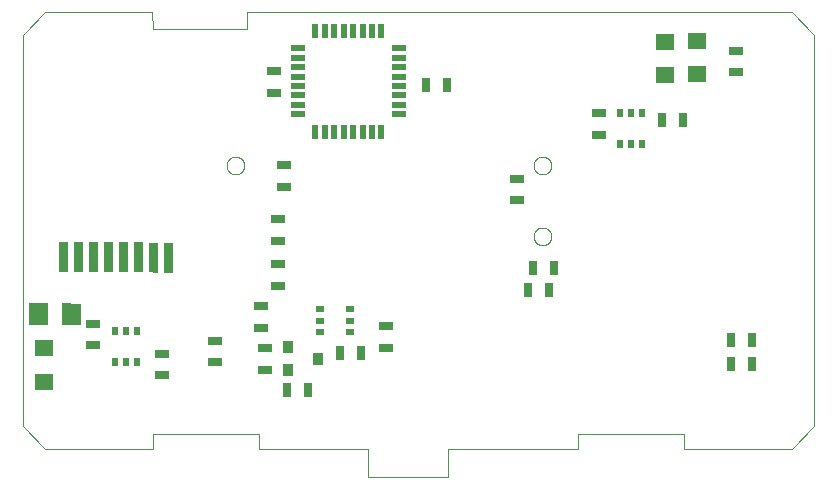
<source format=gtp>
G75*
%MOIN*%
%OFA0B0*%
%FSLAX25Y25*%
%IPPOS*%
%LPD*%
%AMOC8*
5,1,8,0,0,1.08239X$1,22.5*
%
%ADD10C,0.00000*%
%ADD11R,0.06299X0.07087*%
%ADD12R,0.03150X0.04724*%
%ADD13R,0.04724X0.03150*%
%ADD14R,0.10000X0.03000*%
%ADD15R,0.02008X0.03150*%
%ADD16R,0.03150X0.02008*%
%ADD17R,0.05000X0.02200*%
%ADD18R,0.02200X0.05000*%
%ADD19R,0.03543X0.03937*%
%ADD20R,0.06299X0.05512*%
D10*
X0039625Y0018012D02*
X0047188Y0010449D01*
X0083015Y0010449D01*
X0082932Y0015567D01*
X0118365Y0015567D01*
X0118365Y0010449D01*
X0154798Y0010449D01*
X0154798Y0001000D01*
X0181357Y0001000D01*
X0181357Y0010449D01*
X0224664Y0010449D01*
X0224664Y0015567D01*
X0260098Y0015567D01*
X0260098Y0010449D01*
X0295883Y0010449D01*
X0303405Y0017970D01*
X0303405Y0148596D01*
X0295883Y0156118D01*
X0114468Y0156236D01*
X0114468Y0150449D01*
X0082893Y0150449D01*
X0082724Y0156118D01*
X0047147Y0156118D01*
X0039625Y0148596D01*
X0039625Y0018012D01*
X0107538Y0104937D02*
X0107540Y0105045D01*
X0107546Y0105154D01*
X0107556Y0105262D01*
X0107570Y0105369D01*
X0107588Y0105476D01*
X0107609Y0105583D01*
X0107635Y0105688D01*
X0107665Y0105793D01*
X0107698Y0105896D01*
X0107735Y0105998D01*
X0107776Y0106098D01*
X0107820Y0106197D01*
X0107869Y0106295D01*
X0107920Y0106390D01*
X0107975Y0106483D01*
X0108034Y0106575D01*
X0108096Y0106664D01*
X0108161Y0106751D01*
X0108229Y0106835D01*
X0108300Y0106917D01*
X0108374Y0106996D01*
X0108451Y0107072D01*
X0108531Y0107146D01*
X0108614Y0107216D01*
X0108699Y0107284D01*
X0108786Y0107348D01*
X0108876Y0107409D01*
X0108968Y0107467D01*
X0109062Y0107521D01*
X0109158Y0107572D01*
X0109255Y0107619D01*
X0109355Y0107663D01*
X0109456Y0107703D01*
X0109558Y0107739D01*
X0109661Y0107771D01*
X0109766Y0107800D01*
X0109872Y0107824D01*
X0109978Y0107845D01*
X0110085Y0107862D01*
X0110193Y0107875D01*
X0110301Y0107884D01*
X0110410Y0107889D01*
X0110518Y0107890D01*
X0110627Y0107887D01*
X0110735Y0107880D01*
X0110843Y0107869D01*
X0110950Y0107854D01*
X0111057Y0107835D01*
X0111163Y0107812D01*
X0111268Y0107786D01*
X0111373Y0107755D01*
X0111475Y0107721D01*
X0111577Y0107683D01*
X0111677Y0107641D01*
X0111776Y0107596D01*
X0111873Y0107547D01*
X0111967Y0107494D01*
X0112060Y0107438D01*
X0112151Y0107379D01*
X0112240Y0107316D01*
X0112326Y0107251D01*
X0112410Y0107182D01*
X0112491Y0107110D01*
X0112569Y0107035D01*
X0112645Y0106957D01*
X0112718Y0106876D01*
X0112788Y0106793D01*
X0112854Y0106708D01*
X0112918Y0106620D01*
X0112978Y0106529D01*
X0113035Y0106437D01*
X0113088Y0106342D01*
X0113138Y0106246D01*
X0113184Y0106148D01*
X0113227Y0106048D01*
X0113266Y0105947D01*
X0113301Y0105844D01*
X0113333Y0105741D01*
X0113360Y0105636D01*
X0113384Y0105530D01*
X0113404Y0105423D01*
X0113420Y0105316D01*
X0113432Y0105208D01*
X0113440Y0105100D01*
X0113444Y0104991D01*
X0113444Y0104883D01*
X0113440Y0104774D01*
X0113432Y0104666D01*
X0113420Y0104558D01*
X0113404Y0104451D01*
X0113384Y0104344D01*
X0113360Y0104238D01*
X0113333Y0104133D01*
X0113301Y0104030D01*
X0113266Y0103927D01*
X0113227Y0103826D01*
X0113184Y0103726D01*
X0113138Y0103628D01*
X0113088Y0103532D01*
X0113035Y0103437D01*
X0112978Y0103345D01*
X0112918Y0103254D01*
X0112854Y0103166D01*
X0112788Y0103081D01*
X0112718Y0102998D01*
X0112645Y0102917D01*
X0112569Y0102839D01*
X0112491Y0102764D01*
X0112410Y0102692D01*
X0112326Y0102623D01*
X0112240Y0102558D01*
X0112151Y0102495D01*
X0112060Y0102436D01*
X0111968Y0102380D01*
X0111873Y0102327D01*
X0111776Y0102278D01*
X0111677Y0102233D01*
X0111577Y0102191D01*
X0111475Y0102153D01*
X0111373Y0102119D01*
X0111268Y0102088D01*
X0111163Y0102062D01*
X0111057Y0102039D01*
X0110950Y0102020D01*
X0110843Y0102005D01*
X0110735Y0101994D01*
X0110627Y0101987D01*
X0110518Y0101984D01*
X0110410Y0101985D01*
X0110301Y0101990D01*
X0110193Y0101999D01*
X0110085Y0102012D01*
X0109978Y0102029D01*
X0109872Y0102050D01*
X0109766Y0102074D01*
X0109661Y0102103D01*
X0109558Y0102135D01*
X0109456Y0102171D01*
X0109355Y0102211D01*
X0109255Y0102255D01*
X0109158Y0102302D01*
X0109062Y0102353D01*
X0108968Y0102407D01*
X0108876Y0102465D01*
X0108786Y0102526D01*
X0108699Y0102590D01*
X0108614Y0102658D01*
X0108531Y0102728D01*
X0108451Y0102802D01*
X0108374Y0102878D01*
X0108300Y0102957D01*
X0108229Y0103039D01*
X0108161Y0103123D01*
X0108096Y0103210D01*
X0108034Y0103299D01*
X0107975Y0103391D01*
X0107920Y0103484D01*
X0107869Y0103579D01*
X0107820Y0103677D01*
X0107776Y0103776D01*
X0107735Y0103876D01*
X0107698Y0103978D01*
X0107665Y0104081D01*
X0107635Y0104186D01*
X0107609Y0104291D01*
X0107588Y0104398D01*
X0107570Y0104505D01*
X0107556Y0104612D01*
X0107546Y0104720D01*
X0107540Y0104829D01*
X0107538Y0104937D01*
X0209900Y0104937D02*
X0209902Y0105045D01*
X0209908Y0105154D01*
X0209918Y0105262D01*
X0209932Y0105369D01*
X0209950Y0105476D01*
X0209971Y0105583D01*
X0209997Y0105688D01*
X0210027Y0105793D01*
X0210060Y0105896D01*
X0210097Y0105998D01*
X0210138Y0106098D01*
X0210182Y0106197D01*
X0210231Y0106295D01*
X0210282Y0106390D01*
X0210337Y0106483D01*
X0210396Y0106575D01*
X0210458Y0106664D01*
X0210523Y0106751D01*
X0210591Y0106835D01*
X0210662Y0106917D01*
X0210736Y0106996D01*
X0210813Y0107072D01*
X0210893Y0107146D01*
X0210976Y0107216D01*
X0211061Y0107284D01*
X0211148Y0107348D01*
X0211238Y0107409D01*
X0211330Y0107467D01*
X0211424Y0107521D01*
X0211520Y0107572D01*
X0211617Y0107619D01*
X0211717Y0107663D01*
X0211818Y0107703D01*
X0211920Y0107739D01*
X0212023Y0107771D01*
X0212128Y0107800D01*
X0212234Y0107824D01*
X0212340Y0107845D01*
X0212447Y0107862D01*
X0212555Y0107875D01*
X0212663Y0107884D01*
X0212772Y0107889D01*
X0212880Y0107890D01*
X0212989Y0107887D01*
X0213097Y0107880D01*
X0213205Y0107869D01*
X0213312Y0107854D01*
X0213419Y0107835D01*
X0213525Y0107812D01*
X0213630Y0107786D01*
X0213735Y0107755D01*
X0213837Y0107721D01*
X0213939Y0107683D01*
X0214039Y0107641D01*
X0214138Y0107596D01*
X0214235Y0107547D01*
X0214329Y0107494D01*
X0214422Y0107438D01*
X0214513Y0107379D01*
X0214602Y0107316D01*
X0214688Y0107251D01*
X0214772Y0107182D01*
X0214853Y0107110D01*
X0214931Y0107035D01*
X0215007Y0106957D01*
X0215080Y0106876D01*
X0215150Y0106793D01*
X0215216Y0106708D01*
X0215280Y0106620D01*
X0215340Y0106529D01*
X0215397Y0106437D01*
X0215450Y0106342D01*
X0215500Y0106246D01*
X0215546Y0106148D01*
X0215589Y0106048D01*
X0215628Y0105947D01*
X0215663Y0105844D01*
X0215695Y0105741D01*
X0215722Y0105636D01*
X0215746Y0105530D01*
X0215766Y0105423D01*
X0215782Y0105316D01*
X0215794Y0105208D01*
X0215802Y0105100D01*
X0215806Y0104991D01*
X0215806Y0104883D01*
X0215802Y0104774D01*
X0215794Y0104666D01*
X0215782Y0104558D01*
X0215766Y0104451D01*
X0215746Y0104344D01*
X0215722Y0104238D01*
X0215695Y0104133D01*
X0215663Y0104030D01*
X0215628Y0103927D01*
X0215589Y0103826D01*
X0215546Y0103726D01*
X0215500Y0103628D01*
X0215450Y0103532D01*
X0215397Y0103437D01*
X0215340Y0103345D01*
X0215280Y0103254D01*
X0215216Y0103166D01*
X0215150Y0103081D01*
X0215080Y0102998D01*
X0215007Y0102917D01*
X0214931Y0102839D01*
X0214853Y0102764D01*
X0214772Y0102692D01*
X0214688Y0102623D01*
X0214602Y0102558D01*
X0214513Y0102495D01*
X0214422Y0102436D01*
X0214330Y0102380D01*
X0214235Y0102327D01*
X0214138Y0102278D01*
X0214039Y0102233D01*
X0213939Y0102191D01*
X0213837Y0102153D01*
X0213735Y0102119D01*
X0213630Y0102088D01*
X0213525Y0102062D01*
X0213419Y0102039D01*
X0213312Y0102020D01*
X0213205Y0102005D01*
X0213097Y0101994D01*
X0212989Y0101987D01*
X0212880Y0101984D01*
X0212772Y0101985D01*
X0212663Y0101990D01*
X0212555Y0101999D01*
X0212447Y0102012D01*
X0212340Y0102029D01*
X0212234Y0102050D01*
X0212128Y0102074D01*
X0212023Y0102103D01*
X0211920Y0102135D01*
X0211818Y0102171D01*
X0211717Y0102211D01*
X0211617Y0102255D01*
X0211520Y0102302D01*
X0211424Y0102353D01*
X0211330Y0102407D01*
X0211238Y0102465D01*
X0211148Y0102526D01*
X0211061Y0102590D01*
X0210976Y0102658D01*
X0210893Y0102728D01*
X0210813Y0102802D01*
X0210736Y0102878D01*
X0210662Y0102957D01*
X0210591Y0103039D01*
X0210523Y0103123D01*
X0210458Y0103210D01*
X0210396Y0103299D01*
X0210337Y0103391D01*
X0210282Y0103484D01*
X0210231Y0103579D01*
X0210182Y0103677D01*
X0210138Y0103776D01*
X0210097Y0103876D01*
X0210060Y0103978D01*
X0210027Y0104081D01*
X0209997Y0104186D01*
X0209971Y0104291D01*
X0209950Y0104398D01*
X0209932Y0104505D01*
X0209918Y0104612D01*
X0209908Y0104720D01*
X0209902Y0104829D01*
X0209900Y0104937D01*
X0209900Y0081315D02*
X0209902Y0081423D01*
X0209908Y0081532D01*
X0209918Y0081640D01*
X0209932Y0081747D01*
X0209950Y0081854D01*
X0209971Y0081961D01*
X0209997Y0082066D01*
X0210027Y0082171D01*
X0210060Y0082274D01*
X0210097Y0082376D01*
X0210138Y0082476D01*
X0210182Y0082575D01*
X0210231Y0082673D01*
X0210282Y0082768D01*
X0210337Y0082861D01*
X0210396Y0082953D01*
X0210458Y0083042D01*
X0210523Y0083129D01*
X0210591Y0083213D01*
X0210662Y0083295D01*
X0210736Y0083374D01*
X0210813Y0083450D01*
X0210893Y0083524D01*
X0210976Y0083594D01*
X0211061Y0083662D01*
X0211148Y0083726D01*
X0211238Y0083787D01*
X0211330Y0083845D01*
X0211424Y0083899D01*
X0211520Y0083950D01*
X0211617Y0083997D01*
X0211717Y0084041D01*
X0211818Y0084081D01*
X0211920Y0084117D01*
X0212023Y0084149D01*
X0212128Y0084178D01*
X0212234Y0084202D01*
X0212340Y0084223D01*
X0212447Y0084240D01*
X0212555Y0084253D01*
X0212663Y0084262D01*
X0212772Y0084267D01*
X0212880Y0084268D01*
X0212989Y0084265D01*
X0213097Y0084258D01*
X0213205Y0084247D01*
X0213312Y0084232D01*
X0213419Y0084213D01*
X0213525Y0084190D01*
X0213630Y0084164D01*
X0213735Y0084133D01*
X0213837Y0084099D01*
X0213939Y0084061D01*
X0214039Y0084019D01*
X0214138Y0083974D01*
X0214235Y0083925D01*
X0214329Y0083872D01*
X0214422Y0083816D01*
X0214513Y0083757D01*
X0214602Y0083694D01*
X0214688Y0083629D01*
X0214772Y0083560D01*
X0214853Y0083488D01*
X0214931Y0083413D01*
X0215007Y0083335D01*
X0215080Y0083254D01*
X0215150Y0083171D01*
X0215216Y0083086D01*
X0215280Y0082998D01*
X0215340Y0082907D01*
X0215397Y0082815D01*
X0215450Y0082720D01*
X0215500Y0082624D01*
X0215546Y0082526D01*
X0215589Y0082426D01*
X0215628Y0082325D01*
X0215663Y0082222D01*
X0215695Y0082119D01*
X0215722Y0082014D01*
X0215746Y0081908D01*
X0215766Y0081801D01*
X0215782Y0081694D01*
X0215794Y0081586D01*
X0215802Y0081478D01*
X0215806Y0081369D01*
X0215806Y0081261D01*
X0215802Y0081152D01*
X0215794Y0081044D01*
X0215782Y0080936D01*
X0215766Y0080829D01*
X0215746Y0080722D01*
X0215722Y0080616D01*
X0215695Y0080511D01*
X0215663Y0080408D01*
X0215628Y0080305D01*
X0215589Y0080204D01*
X0215546Y0080104D01*
X0215500Y0080006D01*
X0215450Y0079910D01*
X0215397Y0079815D01*
X0215340Y0079723D01*
X0215280Y0079632D01*
X0215216Y0079544D01*
X0215150Y0079459D01*
X0215080Y0079376D01*
X0215007Y0079295D01*
X0214931Y0079217D01*
X0214853Y0079142D01*
X0214772Y0079070D01*
X0214688Y0079001D01*
X0214602Y0078936D01*
X0214513Y0078873D01*
X0214422Y0078814D01*
X0214330Y0078758D01*
X0214235Y0078705D01*
X0214138Y0078656D01*
X0214039Y0078611D01*
X0213939Y0078569D01*
X0213837Y0078531D01*
X0213735Y0078497D01*
X0213630Y0078466D01*
X0213525Y0078440D01*
X0213419Y0078417D01*
X0213312Y0078398D01*
X0213205Y0078383D01*
X0213097Y0078372D01*
X0212989Y0078365D01*
X0212880Y0078362D01*
X0212772Y0078363D01*
X0212663Y0078368D01*
X0212555Y0078377D01*
X0212447Y0078390D01*
X0212340Y0078407D01*
X0212234Y0078428D01*
X0212128Y0078452D01*
X0212023Y0078481D01*
X0211920Y0078513D01*
X0211818Y0078549D01*
X0211717Y0078589D01*
X0211617Y0078633D01*
X0211520Y0078680D01*
X0211424Y0078731D01*
X0211330Y0078785D01*
X0211238Y0078843D01*
X0211148Y0078904D01*
X0211061Y0078968D01*
X0210976Y0079036D01*
X0210893Y0079106D01*
X0210813Y0079180D01*
X0210736Y0079256D01*
X0210662Y0079335D01*
X0210591Y0079417D01*
X0210523Y0079501D01*
X0210458Y0079588D01*
X0210396Y0079677D01*
X0210337Y0079769D01*
X0210282Y0079862D01*
X0210231Y0079957D01*
X0210182Y0080055D01*
X0210138Y0080154D01*
X0210097Y0080254D01*
X0210060Y0080356D01*
X0210027Y0080459D01*
X0209997Y0080564D01*
X0209971Y0080669D01*
X0209950Y0080776D01*
X0209932Y0080883D01*
X0209918Y0080990D01*
X0209908Y0081098D01*
X0209902Y0081207D01*
X0209900Y0081315D01*
D11*
G36*
X0059123Y0051844D02*
X0052826Y0051877D01*
X0052863Y0058962D01*
X0059160Y0058929D01*
X0059123Y0051844D01*
G37*
G36*
X0048099Y0051901D02*
X0041802Y0051934D01*
X0041839Y0059019D01*
X0048136Y0058986D01*
X0048099Y0051901D01*
G37*
D12*
X0127771Y0030206D03*
X0134857Y0030206D03*
X0145357Y0042610D03*
X0152444Y0042610D03*
X0208082Y0063449D03*
X0215168Y0063449D03*
X0216668Y0070949D03*
X0209582Y0070949D03*
X0275582Y0046949D03*
X0282668Y0046949D03*
X0282668Y0038949D03*
X0275582Y0038949D03*
X0259822Y0120201D03*
X0252735Y0120201D03*
X0180983Y0131878D03*
X0173897Y0131878D03*
D13*
X0126625Y0104992D03*
X0126625Y0097906D03*
X0124625Y0086992D03*
X0124625Y0079906D03*
X0124625Y0071992D03*
X0124625Y0064906D03*
X0119125Y0057992D03*
X0119125Y0050906D03*
X0120239Y0044000D03*
X0120239Y0036913D03*
X0103625Y0039406D03*
X0103625Y0046492D03*
X0085912Y0042071D03*
X0085912Y0034984D03*
X0063050Y0044957D03*
X0063050Y0052043D03*
X0160708Y0051327D03*
X0160708Y0044240D03*
X0204491Y0093374D03*
X0204491Y0100461D03*
X0231794Y0115209D03*
X0231794Y0122295D03*
X0277503Y0136048D03*
X0277503Y0143135D03*
X0123238Y0136358D03*
X0123238Y0129272D03*
D14*
G36*
X0089728Y0079269D02*
X0089711Y0069270D01*
X0086712Y0069275D01*
X0086729Y0079274D01*
X0089728Y0079269D01*
G37*
G36*
X0084728Y0079278D02*
X0084711Y0069279D01*
X0081712Y0069284D01*
X0081729Y0079283D01*
X0084728Y0079278D01*
G37*
G36*
X0079728Y0079287D02*
X0079711Y0069288D01*
X0076712Y0069293D01*
X0076729Y0079292D01*
X0079728Y0079287D01*
G37*
G36*
X0074728Y0079296D02*
X0074711Y0069297D01*
X0071712Y0069302D01*
X0071729Y0079301D01*
X0074728Y0079296D01*
G37*
G36*
X0069728Y0079304D02*
X0069711Y0069305D01*
X0066712Y0069310D01*
X0066729Y0079309D01*
X0069728Y0079304D01*
G37*
G36*
X0064728Y0079313D02*
X0064711Y0069314D01*
X0061712Y0069319D01*
X0061729Y0079318D01*
X0064728Y0079313D01*
G37*
G36*
X0059728Y0079322D02*
X0059711Y0069323D01*
X0056712Y0069328D01*
X0056729Y0079327D01*
X0059728Y0079322D01*
G37*
G36*
X0054728Y0079331D02*
X0054711Y0069332D01*
X0051712Y0069337D01*
X0051729Y0079336D01*
X0054728Y0079331D01*
G37*
D15*
X0070361Y0049748D03*
X0074101Y0049748D03*
X0077842Y0049748D03*
X0077842Y0039512D03*
X0074101Y0039512D03*
X0070361Y0039512D03*
X0238574Y0112161D03*
X0242314Y0112161D03*
X0246054Y0112161D03*
X0246054Y0122398D03*
X0242314Y0122398D03*
X0238574Y0122398D03*
D16*
X0148842Y0057020D03*
X0148842Y0053280D03*
X0148842Y0049539D03*
X0138605Y0049539D03*
X0138605Y0053280D03*
X0138605Y0057020D03*
D17*
X0131261Y0121990D03*
X0131261Y0125139D03*
X0131261Y0128289D03*
X0131261Y0131439D03*
X0131261Y0134588D03*
X0131261Y0137738D03*
X0131261Y0140887D03*
X0131261Y0144037D03*
X0165061Y0144037D03*
X0165061Y0140887D03*
X0165061Y0137738D03*
X0165061Y0134588D03*
X0165061Y0131439D03*
X0165061Y0128289D03*
X0165061Y0125139D03*
X0165061Y0121990D03*
D18*
X0159185Y0116113D03*
X0156035Y0116113D03*
X0152886Y0116113D03*
X0149736Y0116113D03*
X0146587Y0116113D03*
X0143437Y0116113D03*
X0140287Y0116113D03*
X0137138Y0116113D03*
X0137138Y0149913D03*
X0140287Y0149913D03*
X0143437Y0149913D03*
X0146587Y0149913D03*
X0149736Y0149913D03*
X0152886Y0149913D03*
X0156035Y0149913D03*
X0159185Y0149913D03*
D19*
X0127893Y0044551D03*
X0138129Y0040614D03*
X0127893Y0036677D03*
D20*
X0046625Y0032937D03*
X0046625Y0043961D03*
X0253625Y0135237D03*
X0264525Y0135337D03*
X0264525Y0146361D03*
X0253625Y0146261D03*
M02*

</source>
